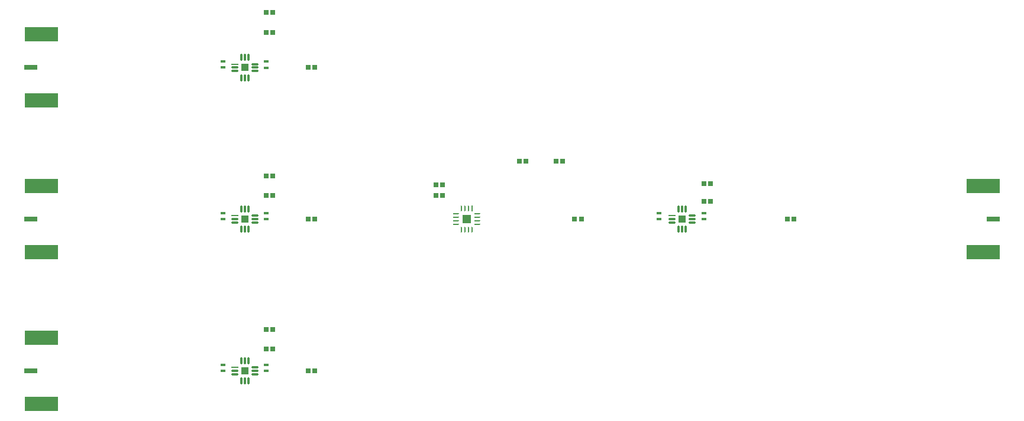
<source format=gtp>
G04*
G04 #@! TF.GenerationSoftware,Altium Limited,Altium Designer,25.8.1 (18)*
G04*
G04 Layer_Color=8421504*
%FSLAX44Y44*%
%MOMM*%
G71*
G04*
G04 #@! TF.SameCoordinates,7FA5C237-9263-4F39-8F52-594564EE4E54*
G04*
G04*
G04 #@! TF.FilePolarity,Positive*
G04*
G01*
G75*
%ADD12R,0.9799X0.9799*%
%ADD13R,1.2143X1.2143*%
%ADD14R,0.6600X0.3600*%
%ADD15R,1.0191X0.2622*%
G04:AMPARAMS|DCode=16|XSize=1.0191mm|YSize=0.2622mm|CornerRadius=0.1311mm|HoleSize=0mm|Usage=FLASHONLY|Rotation=0.000|XOffset=0mm|YOffset=0mm|HoleType=Round|Shape=RoundedRectangle|*
%AMROUNDEDRECTD16*
21,1,1.0191,0.0000,0,0,0.0*
21,1,0.7569,0.2622,0,0,0.0*
1,1,0.2622,0.3785,0.0000*
1,1,0.2622,-0.3785,0.0000*
1,1,0.2622,-0.3785,0.0000*
1,1,0.2622,0.3785,0.0000*
%
%ADD16ROUNDEDRECTD16*%
G04:AMPARAMS|DCode=17|XSize=0.2622mm|YSize=1.0191mm|CornerRadius=0.1311mm|HoleSize=0mm|Usage=FLASHONLY|Rotation=0.000|XOffset=0mm|YOffset=0mm|HoleType=Round|Shape=RoundedRectangle|*
%AMROUNDEDRECTD17*
21,1,0.2622,0.7569,0,0,0.0*
21,1,0.0000,1.0191,0,0,0.0*
1,1,0.2622,0.0000,-0.3785*
1,1,0.2622,0.0000,-0.3785*
1,1,0.2622,0.0000,0.3785*
1,1,0.2622,0.0000,0.3785*
%
%ADD17ROUNDEDRECTD17*%
%ADD18R,4.8000X2.0000*%
%ADD19R,0.7154X0.6725*%
G04:AMPARAMS|DCode=20|XSize=0.8461mm|YSize=0.2425mm|CornerRadius=0.1212mm|HoleSize=0mm|Usage=FLASHONLY|Rotation=270.000|XOffset=0mm|YOffset=0mm|HoleType=Round|Shape=RoundedRectangle|*
%AMROUNDEDRECTD20*
21,1,0.8461,0.0000,0,0,270.0*
21,1,0.6036,0.2425,0,0,270.0*
1,1,0.2425,0.0000,-0.3018*
1,1,0.2425,0.0000,0.3018*
1,1,0.2425,0.0000,0.3018*
1,1,0.2425,0.0000,-0.3018*
%
%ADD20ROUNDEDRECTD20*%
G04:AMPARAMS|DCode=21|XSize=0.2425mm|YSize=0.8461mm|CornerRadius=0.1212mm|HoleSize=0mm|Usage=FLASHONLY|Rotation=270.000|XOffset=0mm|YOffset=0mm|HoleType=Round|Shape=RoundedRectangle|*
%AMROUNDEDRECTD21*
21,1,0.2425,0.6036,0,0,270.0*
21,1,0.0000,0.8461,0,0,270.0*
1,1,0.2425,-0.3018,0.0000*
1,1,0.2425,-0.3018,0.0000*
1,1,0.2425,0.3018,0.0000*
1,1,0.2425,0.3018,0.0000*
%
%ADD21ROUNDEDRECTD21*%
%ADD22R,1.9000X0.7000*%
%ADD23R,0.2425X0.8461*%
D12*
X317506Y499928D02*
D03*
X943108Y500102D02*
D03*
X317506Y717352D02*
D03*
Y282504D02*
D03*
D13*
X635000Y500000D02*
D03*
D14*
X286258Y499816D02*
D03*
Y508516D02*
D03*
X910590Y509048D02*
D03*
X286258Y726162D02*
D03*
Y291124D02*
D03*
X974852Y500070D02*
D03*
Y508770D02*
D03*
X910590Y500348D02*
D03*
X347980Y717208D02*
D03*
Y725908D02*
D03*
X286258Y717462D02*
D03*
X347980Y500038D02*
D03*
Y508738D02*
D03*
Y282360D02*
D03*
Y291060D02*
D03*
X286258Y282424D02*
D03*
D15*
X303033Y504928D02*
D03*
Y287504D02*
D03*
Y722352D02*
D03*
X928635Y505102D02*
D03*
D16*
X303033Y499928D02*
D03*
Y494928D02*
D03*
X331978D02*
D03*
Y499928D02*
D03*
Y504928D02*
D03*
X303033Y277504D02*
D03*
X331978D02*
D03*
Y287504D02*
D03*
X303033Y712352D02*
D03*
X331978D02*
D03*
Y722352D02*
D03*
X928635Y495102D02*
D03*
X957580D02*
D03*
Y505102D02*
D03*
Y500102D02*
D03*
X928635D02*
D03*
X331978Y717352D02*
D03*
X303033D02*
D03*
X331978Y282504D02*
D03*
X303033D02*
D03*
D17*
X312506Y485456D02*
D03*
X317506D02*
D03*
X322506D02*
D03*
Y514400D02*
D03*
X317506D02*
D03*
X312506D02*
D03*
Y268032D02*
D03*
X317506D02*
D03*
X322506D02*
D03*
Y296976D02*
D03*
X312506Y702880D02*
D03*
X317506D02*
D03*
X322506D02*
D03*
Y731824D02*
D03*
X938108Y485630D02*
D03*
X943108D02*
D03*
X948108D02*
D03*
Y514574D02*
D03*
X938108D02*
D03*
X943108D02*
D03*
X312506Y731824D02*
D03*
X317506D02*
D03*
X312506Y296976D02*
D03*
X317506D02*
D03*
D18*
X1374000Y547500D02*
D03*
Y452500D02*
D03*
X26000D02*
D03*
Y547500D02*
D03*
Y670000D02*
D03*
Y765000D02*
D03*
Y235000D02*
D03*
Y330000D02*
D03*
D19*
X984210Y550648D02*
D03*
Y525756D02*
D03*
X357805Y796774D02*
D03*
X600416Y533884D02*
D03*
X357378Y767818D02*
D03*
Y562332D02*
D03*
Y533630D02*
D03*
X600416Y549378D02*
D03*
X357632Y314174D02*
D03*
Y341860D02*
D03*
X772536Y582906D02*
D03*
X762964D02*
D03*
X974638Y550648D02*
D03*
Y525756D02*
D03*
X408005Y717526D02*
D03*
X417576D02*
D03*
X348234Y796774D02*
D03*
X720050Y582906D02*
D03*
X710478D02*
D03*
X789472Y499951D02*
D03*
X799044D02*
D03*
X590844Y533884D02*
D03*
X347807Y767818D02*
D03*
Y562332D02*
D03*
Y533630D02*
D03*
X408178Y499848D02*
D03*
X417749D02*
D03*
X1094151Y500102D02*
D03*
X1103723D02*
D03*
X590844Y549378D02*
D03*
X408005Y282678D02*
D03*
X417576D02*
D03*
X348061Y314174D02*
D03*
Y341860D02*
D03*
D20*
X637500Y515330D02*
D03*
X632500D02*
D03*
Y484670D02*
D03*
X637500D02*
D03*
X627500Y515330D02*
D03*
X642500Y484670D02*
D03*
X627500D02*
D03*
D21*
X619670Y507500D02*
D03*
X650330Y492500D02*
D03*
Y497500D02*
D03*
Y507500D02*
D03*
X619670Y502500D02*
D03*
Y497500D02*
D03*
Y492500D02*
D03*
X650330Y502500D02*
D03*
D22*
X11500Y500000D02*
D03*
X1388500Y500000D02*
D03*
X11500Y282500D02*
D03*
Y717500D02*
D03*
D23*
X642500Y515330D02*
D03*
M02*

</source>
